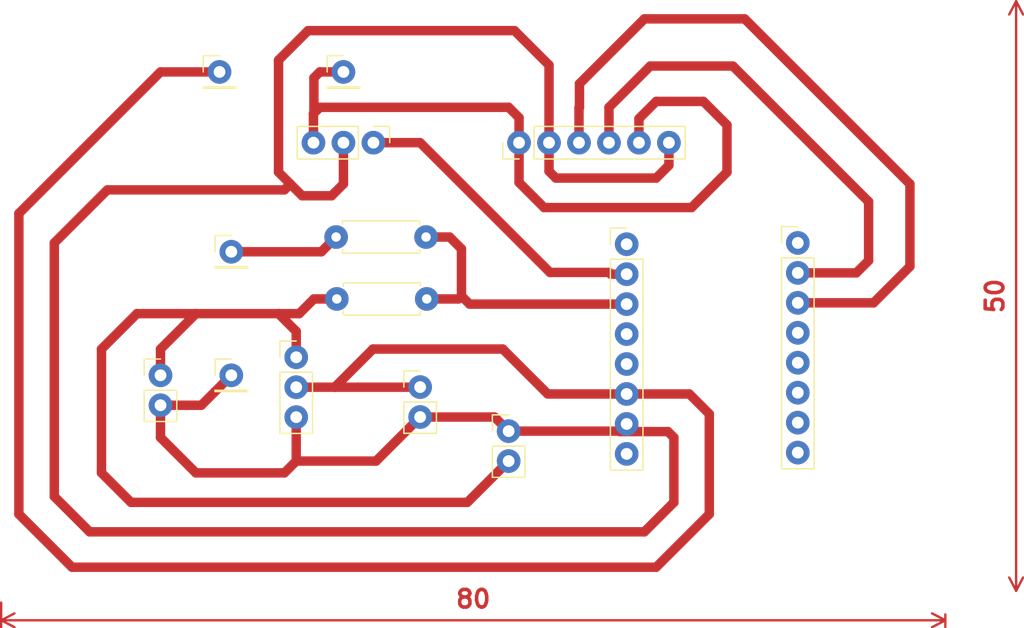
<source format=kicad_pcb>
(kicad_pcb (version 20241229) (generator "pcbnew") (generator_version "9.0")
  (layers (0 "F.Cu" signal) (2 "B.Cu" signal) (13 "F.Paste" user) (15 "B.Paste" user) (5 "F.SilkS" user "F.Silkscreen") (7 "B.SilkS" user "B.Silkscreen") (1 "F.Mask" user) (3 "B.Mask" user) (25 "Edge.Cuts" user))
  (net 0 "")
  (footprint "Connector_PinHeader_2.54mm:PinHeader_1x03_P2.54mm_Vertical" (layer "F.Cu") (at 92.5 109.695)
    (property "Reference" "REF**" (hide yes))
    (property "Value" "ld33v" (hide yes))
    (fp_line (start -1.38 -1.38) (end 0 -1.38) (stroke (width 0.12)) (layer "F.SilkS"))
    (fp_line (start -1.38 0) (end -1.38 -1.38) (stroke (width 0.12)) (layer "F.SilkS"))
    (fp_line (start -1.38 1.27) (end -1.38 6.46) (stroke (width 0.12)) (layer "F.SilkS"))
    (fp_line (start -1.38 1.27) (end 1.38 1.27) (stroke (width 0.12)) (layer "F.SilkS"))
    (fp_line (start -1.38 6.46) (end 1.38 6.46) (stroke (width 0.12)) (layer "F.SilkS"))
    (fp_line (start 1.38 1.27) (end 1.38 6.46) (stroke (width 0.12)) (layer "F.SilkS"))
    (pad "1" thru_hole circle (at 0 0) (size 2 2) (drill 1) (layers "*.Cu" "*.Mask"))
    (pad "2" thru_hole circle (at 0 2.54) (size 2 2) (drill 1) (layers "*.Cu" "*.Mask"))
    (pad "3" thru_hole circle (at 0 5.08) (size 2 2) (drill 1) (layers "*.Cu" "*.Mask"))
  )
  (footprint "Resistor_THT:R_Axial_DIN0207_L6.3mm_D2.5mm_P7.62mm_Horizontal" (layer "F.Cu") (at 95.94 104.75)
    (property "Reference" "REF**" (hide yes))
    (property "Value" "R_Axial_DIN0207_L6.3mm_D2.5mm_P7.62mm_Horizontal" (hide yes))
    (fp_line (start 0.54 -1.37) (end 7.08 -1.37) (stroke (width 0.12)) (layer "F.SilkS"))
    (fp_line (start 0.54 -1.04) (end 0.54 -1.37) (stroke (width 0.12)) (layer "F.SilkS"))
    (fp_line (start 0.54 1.04) (end 0.54 1.37) (stroke (width 0.12)) (layer "F.SilkS"))
    (fp_line (start 0.54 1.37) (end 7.08 1.37) (stroke (width 0.12)) (layer "F.SilkS"))
    (fp_line (start 7.08 -1.37) (end 7.08 -1.04) (stroke (width 0.12)) (layer "F.SilkS"))
    (fp_line (start 7.08 1.37) (end 7.08 1.04) (stroke (width 0.12)) (layer "F.SilkS"))
    (pad "1" thru_hole circle (at 0 0) (size 2 2) (drill 0.8) (layers "*.Cu" "*.Mask"))
    (pad "2" thru_hole circle (at 7.62 0) (size 2 2) (drill 0.8) (layers "*.Cu" "*.Mask"))
  )
  (footprint "Connector_PinHeader_2.54mm:PinHeader_1x02_P2.54mm_Vertical" (layer "F.Cu") (at 110.5 115.96)
    (property "Reference" "REF**" (hide yes))
    (property "Value" "PinHeader_1x02_P2.54mm_Vertical" (hide yes))
    (fp_line (start -1.38 -1.38) (end 0 -1.38) (stroke (width 0.12)) (layer "F.SilkS"))
    (fp_line (start -1.38 0) (end -1.38 -1.38) (stroke (width 0.12)) (layer "F.SilkS"))
    (fp_line (start -1.38 1.27) (end -1.38 3.92) (stroke (width 0.12)) (layer "F.SilkS"))
    (fp_line (start -1.38 1.27) (end 1.38 1.27) (stroke (width 0.12)) (layer "F.SilkS"))
    (fp_line (start -1.38 3.92) (end 1.38 3.92) (stroke (width 0.12)) (layer "F.SilkS"))
    (fp_line (start 1.38 1.27) (end 1.38 3.92) (stroke (width 0.12)) (layer "F.SilkS"))
    (pad "1" thru_hole circle (at 0 0) (size 2 2) (drill 1) (layers "*.Cu" "*.Mask"))
    (pad "2" thru_hole circle (at 0 2.54) (size 2 2) (drill 1) (layers "*.Cu" "*.Mask"))
  )
  (footprint "Connector_PinHeader_2.54mm:PinHeader_1x08_P2.54mm_Vertical" (layer "F.Cu") (at 120.5 100.11)
    (property "Reference" "REF**" (hide yes))
    (property "Value" "PinHeader_1x08_P2.54mm_Vertical" (hide yes))
    (fp_line (start -1.38 -1.38) (end 0 -1.38) (stroke (width 0.12)) (layer "F.SilkS"))
    (fp_line (start -1.38 0) (end -1.38 -1.38) (stroke (width 0.12)) (layer "F.SilkS"))
    (fp_line (start -1.38 1.27) (end -1.38 19.16) (stroke (width 0.12)) (layer "F.SilkS"))
    (fp_line (start -1.38 1.27) (end 1.38 1.27) (stroke (width 0.12)) (layer "F.SilkS"))
    (fp_line (start -1.38 19.16) (end 1.38 19.16) (stroke (width 0.12)) (layer "F.SilkS"))
    (fp_line (start 1.38 1.27) (end 1.38 19.16) (stroke (width 0.12)) (layer "F.SilkS"))
    (pad "1" thru_hole circle (at 0 0) (size 2 2) (drill 1) (layers "*.Cu" "*.Mask"))
    (pad "2" thru_hole circle (at 0 2.54) (size 2 2) (drill 1) (layers "*.Cu" "*.Mask"))
    (pad "3" thru_hole circle (at 0 5.08) (size 2 2) (drill 1) (layers "*.Cu" "*.Mask"))
    (pad "4" thru_hole circle (at 0 7.62) (size 2 2) (drill 1) (layers "*.Cu" "*.Mask"))
    (pad "5" thru_hole circle (at 0 10.16) (size 2 2) (drill 1) (layers "*.Cu" "*.Mask"))
    (pad "6" thru_hole circle (at 0 12.7) (size 2 2) (drill 1) (layers "*.Cu" "*.Mask"))
    (pad "7" thru_hole circle (at 0 15.24) (size 2 2) (drill 1) (layers "*.Cu" "*.Mask"))
    (pad "8" thru_hole circle (at 0 17.78) (size 2 2) (drill 1) (layers "*.Cu" "*.Mask"))
  )
  (footprint "Resistor_THT:R_Axial_DIN0207_L6.3mm_D2.5mm_P7.62mm_Horizontal" (layer "F.Cu") (at 95.88 99.5)
    (property "Reference" "REF**" (hide yes))
    (property "Value" "R_Axial_DIN0207_L6.3mm_D2.5mm_P7.62mm_Horizontal" (hide yes))
    (fp_line (start 0.54 -1.37) (end 7.08 -1.37) (stroke (width 0.12)) (layer "F.SilkS"))
    (fp_line (start 0.54 -1.04) (end 0.54 -1.37) (stroke (width 0.12)) (layer "F.SilkS"))
    (fp_line (start 0.54 1.04) (end 0.54 1.37) (stroke (width 0.12)) (layer "F.SilkS"))
    (fp_line (start 0.54 1.37) (end 7.08 1.37) (stroke (width 0.12)) (layer "F.SilkS"))
    (fp_line (start 7.08 -1.37) (end 7.08 -1.04) (stroke (width 0.12)) (layer "F.SilkS"))
    (fp_line (start 7.08 1.37) (end 7.08 1.04) (stroke (width 0.12)) (layer "F.SilkS"))
    (pad "1" thru_hole circle (at 0 0) (size 2 2) (drill 0.8) (layers "*.Cu" "*.Mask"))
    (pad "2" thru_hole circle (at 7.62 0) (size 2 2) (drill 0.8) (layers "*.Cu" "*.Mask"))
  )
  (footprint "Connector_PinHeader_2.54mm:PinHeader_1x02_P2.54mm_Vertical" (layer "F.Cu") (at 81 111.225)
    (property "Reference" "REF**" (hide yes))
    (property "Value" "PinHeader_1x02_P2.54mm_Vertical" (hide yes))
    (fp_line (start -1.38 -1.38) (end 0 -1.38) (stroke (width 0.12)) (layer "F.SilkS"))
    (fp_line (start -1.38 0) (end -1.38 -1.38) (stroke (width 0.12)) (layer "F.SilkS"))
    (fp_line (start -1.38 1.27) (end -1.38 3.92) (stroke (width 0.12)) (layer "F.SilkS"))
    (fp_line (start -1.38 1.27) (end 1.38 1.27) (stroke (width 0.12)) (layer "F.SilkS"))
    (fp_line (start -1.38 3.92) (end 1.38 3.92) (stroke (width 0.12)) (layer "F.SilkS"))
    (fp_line (start 1.38 1.27) (end 1.38 3.92) (stroke (width 0.12)) (layer "F.SilkS"))
    (pad "1" thru_hole circle (at 0 0) (size 2 2) (drill 1) (layers "*.Cu" "*.Mask"))
    (pad "2" thru_hole circle (at 0 2.54) (size 2 2) (drill 1) (layers "*.Cu" "*.Mask"))
  )
  (footprint "Connector_PinHeader_2.54mm:PinHeader_1x01_P2.54mm_Vertical" (layer "F.Cu") (at 96.5 85.5)
    (property "Reference" "REF**" (hide yes))
    (property "Value" "PinHeader_1x01_P2.54mm_Vertical" (hide yes))
    (fp_line (start -1.38 -1.38) (end 0 -1.38) (stroke (width 0.12)) (layer "F.SilkS"))
    (fp_line (start -1.38 0) (end -1.38 -1.38) (stroke (width 0.12)) (layer "F.SilkS"))
    (fp_line (start -1.38 1.27) (end -1.38 1.38) (stroke (width 0.12)) (layer "F.SilkS"))
    (fp_line (start -1.38 1.27) (end 1.38 1.27) (stroke (width 0.12)) (layer "F.SilkS"))
    (fp_line (start -1.38 1.38) (end 1.38 1.38) (stroke (width 0.12)) (layer "F.SilkS"))
    (fp_line (start 1.38 1.27) (end 1.38 1.38) (stroke (width 0.12)) (layer "F.SilkS"))
    (pad "1" thru_hole circle (at 0 0) (size 2 2) (drill 1) (layers "*.Cu" "*.Mask"))
  )
  (footprint "Connector_PinHeader_2.54mm:PinHeader_1x06_P2.54mm_Vertical" (layer "F.Cu") (at 111.38 91.5 90)
    (property "Reference" "REF**" (hide yes))
    (property "Value" "Bme280")
    (fp_line (start -1.38 -1.38) (end 0 -1.38) (stroke (width 0.12)) (layer "F.SilkS"))
    (fp_line (start -1.38 0) (end -1.38 -1.38) (stroke (width 0.12)) (layer "F.SilkS"))
    (fp_line (start 1.38 1.27) (end 1.38 14.08) (stroke (width 0.12)) (layer "F.SilkS"))
    (fp_line (start -1.38 1.27) (end 1.38 1.27) (stroke (width 0.12)) (layer "F.SilkS"))
    (fp_line (start -1.38 1.27) (end -1.38 14.08) (stroke (width 0.12)) (layer "F.SilkS"))
    (fp_line (start -1.38 14.08) (end 1.38 14.08) (stroke (width 0.12)) (layer "F.SilkS"))
    (pad "1" thru_hole circle (at 0 0 90) (size 2 2) (drill 1) (layers "*.Cu" "*.Mask"))
    (pad "2" thru_hole circle (at 0 2.54 90) (size 2 2) (drill 1) (layers "*.Cu" "*.Mask"))
    (pad "3" thru_hole circle (at 0 5.08 90) (size 2 2) (drill 1) (layers "*.Cu" "*.Mask"))
    (pad "4" thru_hole circle (at 0 7.62 90) (size 2 2) (drill 1) (layers "*.Cu" "*.Mask"))
    (pad "5" thru_hole circle (at 0 10.16 90) (size 2 2) (drill 1) (layers "*.Cu" "*.Mask"))
    (pad "6" thru_hole circle (at 0 12.7 90) (size 2 2) (drill 1) (layers "*.Cu" "*.Mask"))
  )
  (footprint "Connector_PinHeader_2.54mm:PinHeader_1x01_P2.54mm_Vertical" (layer "F.Cu") (at 87 100.75)
    (property "Reference" "REF**" (hide yes))
    (property "Value" "PinHeader_1x01_P2.54mm_Vertical" (hide yes))
    (fp_line (start -1.38 -1.38) (end 0 -1.38) (stroke (width 0.12)) (layer "F.SilkS"))
    (fp_line (start -1.38 0) (end -1.38 -1.38) (stroke (width 0.12)) (layer "F.SilkS"))
    (fp_line (start -1.38 1.27) (end -1.38 1.38) (stroke (width 0.12)) (layer "F.SilkS"))
    (fp_line (start -1.38 1.27) (end 1.38 1.27) (stroke (width 0.12)) (layer "F.SilkS"))
    (fp_line (start -1.38 1.38) (end 1.38 1.38) (stroke (width 0.12)) (layer "F.SilkS"))
    (fp_line (start 1.38 1.27) (end 1.38 1.38) (stroke (width 0.12)) (layer "F.SilkS"))
    (pad "1" thru_hole circle (at 0 0) (size 2 2) (drill 1) (layers "*.Cu" "*.Mask"))
  )
  (footprint "Connector_PinHeader_2.54mm:PinHeader_1x01_P2.54mm_Vertical" (layer "F.Cu") (at 87 111.225)
    (property "Reference" "REF**" (hide yes))
    (property "Value" "PinHeader_1x01_P2.54mm_Vertical" (hide yes))
    (fp_line (start -1.38 -1.38) (end 0 -1.38) (stroke (width 0.12)) (layer "F.SilkS"))
    (fp_line (start -1.38 0) (end -1.38 -1.38) (stroke (width 0.12)) (layer "F.SilkS"))
    (fp_line (start -1.38 1.27) (end -1.38 1.38) (stroke (width 0.12)) (layer "F.SilkS"))
    (fp_line (start -1.38 1.27) (end 1.38 1.27) (stroke (width 0.12)) (layer "F.SilkS"))
    (fp_line (start -1.38 1.38) (end 1.38 1.38) (stroke (width 0.12)) (layer "F.SilkS"))
    (fp_line (start 1.38 1.27) (end 1.38 1.38) (stroke (width 0.12)) (layer "F.SilkS"))
    (pad "1" thru_hole circle (at 0 0) (size 2 2) (drill 1) (layers "*.Cu" "*.Mask"))
  )
  (footprint "Connector_PinHeader_2.54mm:PinHeader_1x03_P2.54mm_Vertical" (layer "F.Cu") (at 99.04 91.5 -90)
    (property "Reference" "REF**" (hide yes))
    (property "Value" "uv_sensor" (hide yes))
    (fp_line (start -1.38 6.46) (end 1.38 6.46) (stroke (width 0.12)) (layer "F.SilkS"))
    (fp_line (start -1.38 1.27) (end -1.38 6.46) (stroke (width 0.12)) (layer "F.SilkS"))
    (fp_line (start -1.38 1.27) (end 1.38 1.27) (stroke (width 0.12)) (layer "F.SilkS"))
    (fp_line (start 1.38 1.27) (end 1.38 6.46) (stroke (width 0.12)) (layer "F.SilkS"))
    (fp_line (start -1.38 0) (end -1.38 -1.38) (stroke (width 0.12)) (layer "F.SilkS"))
    (fp_line (start -1.38 -1.38) (end 0 -1.38) (stroke (width 0.12)) (layer "F.SilkS"))
    (pad "1" thru_hole circle (at 0 0 270) (size 2 2) (drill 1) (layers "*.Cu" "*.Mask"))
    (pad "2" thru_hole circle (at 0 2.54 270) (size 2 2) (drill 1) (layers "*.Cu" "*.Mask"))
    (pad "3" thru_hole circle (at 0 5.08 270) (size 2 2) (drill 1) (layers "*.Cu" "*.Mask"))
  )
  (footprint "Connector_PinHeader_2.54mm:PinHeader_1x02_P2.54mm_Vertical" (layer "F.Cu") (at 103 112.225)
    (property "Reference" "REF**" (hide yes))
    (property "Value" "PinHeader_1x02_P2.54mm_Vertical" (hide yes))
    (fp_line (start -1.38 -1.38) (end 0 -1.38) (stroke (width 0.12)) (layer "F.SilkS"))
    (fp_line (start -1.38 0) (end -1.38 -1.38) (stroke (width 0.12)) (layer "F.SilkS"))
    (fp_line (start -1.38 1.27) (end -1.38 3.92) (stroke (width 0.12)) (layer "F.SilkS"))
    (fp_line (start -1.38 1.27) (end 1.38 1.27) (stroke (width 0.12)) (layer "F.SilkS"))
    (fp_line (start -1.38 3.92) (end 1.38 3.92) (stroke (width 0.12)) (layer "F.SilkS"))
    (fp_line (start 1.38 1.27) (end 1.38 3.92) (stroke (width 0.12)) (layer "F.SilkS"))
    (pad "1" thru_hole circle (at 0 0) (size 2 2) (drill 1) (layers "*.Cu" "*.Mask"))
    (pad "2" thru_hole circle (at 0 2.54) (size 2 2) (drill 1) (layers "*.Cu" "*.Mask"))
  )
  (footprint "Connector_PinHeader_2.54mm:PinHeader_1x01_P2.54mm_Vertical" (layer "F.Cu") (at 86 85.5)
    (property "Reference" "REF**" (hide yes))
    (property "Value" "PinHeader_1x01_P2.54mm_Vertical" (hide yes))
    (fp_line (start -1.38 -1.38) (end 0 -1.38) (stroke (width 0.12)) (layer "F.SilkS"))
    (fp_line (start -1.38 0) (end -1.38 -1.38) (stroke (width 0.12)) (layer "F.SilkS"))
    (fp_line (start -1.38 1.27) (end -1.38 1.38) (stroke (width 0.12)) (layer "F.SilkS"))
    (fp_line (start -1.38 1.27) (end 1.38 1.27) (stroke (width 0.12)) (layer "F.SilkS"))
    (fp_line (start -1.38 1.38) (end 1.38 1.38) (stroke (width 0.12)) (layer "F.SilkS"))
    (fp_line (start 1.38 1.27) (end 1.38 1.38) (stroke (width 0.12)) (layer "F.SilkS"))
    (pad "1" thru_hole circle (at 0 0) (size 2 2) (drill 1) (layers "*.Cu" "*.Mask"))
  )
  (footprint "Connector_PinHeader_2.54mm:PinHeader_1x08_P2.54mm_Vertical" (layer "F.Cu") (at 135 100)
    (property "Reference" "REF**" (hide yes))
    (property "Value" "PinHeader_1x08_P2.54mm_Vertical" (hide yes))
    (fp_line (start -1.38 -1.38) (end 0 -1.38) (stroke (width 0.12)) (layer "F.SilkS"))
    (fp_line (start -1.38 0) (end -1.38 -1.38) (stroke (width 0.12)) (layer "F.SilkS"))
    (fp_line (start -1.38 1.27) (end -1.38 19.16) (stroke (width 0.12)) (layer "F.SilkS"))
    (fp_line (start -1.38 1.27) (end 1.38 1.27) (stroke (width 0.12)) (layer "F.SilkS"))
    (fp_line (start -1.38 19.16) (end 1.38 19.16) (stroke (width 0.12)) (layer "F.SilkS"))
    (fp_line (start 1.38 1.27) (end 1.38 19.16) (stroke (width 0.12)) (layer "F.SilkS"))
    (pad "1" thru_hole circle (at 0 0) (size 2 2) (drill 1) (layers "*.Cu" "*.Mask"))
    (pad "2" thru_hole circle (at 0 2.54) (size 2 2) (drill 1) (layers "*.Cu" "*.Mask"))
    (pad "3" thru_hole circle (at 0 5.08) (size 2 2) (drill 1) (layers "*.Cu" "*.Mask"))
    (pad "4" thru_hole circle (at 0 7.62) (size 2 2) (drill 1) (layers "*.Cu" "*.Mask"))
    (pad "5" thru_hole circle (at 0 10.16) (size 2 2) (drill 1) (layers "*.Cu" "*.Mask"))
    (pad "6" thru_hole circle (at 0 12.7) (size 2 2) (drill 1) (layers "*.Cu" "*.Mask"))
    (pad "7" thru_hole circle (at 0 15.24) (size 2 2) (drill 1) (layers "*.Cu" "*.Mask"))
    (pad "8" thru_hole circle (at 0 17.78) (size 2 2) (drill 1) (layers "*.Cu" "*.Mask"))
  )
  (dimension (type orthogonal) (layer "F.Cu") (pts (xy 67.5 130) (xy 147.5 131)) (height 2) (orientation 0) (format (prefix "") (suffix "") (units 3) (units_format 0) (precision 4) (suppress_zeroes yes)) (style (thickness 0.2) (arrow_length 1.27) (text_position_mode 0) (arrow_direction outward) (extension_height 0.58642) (extension_offset 0.5) (keep_text_aligned yes)) (gr_text "80" (at 107.5 130.2 0) (layer "F.Cu") (effects (font (size 1.5 1.5) (thickness 0.3)))))
  (dimension (type orthogonal) (layer "F.Cu") (pts (xy 153.5 129.5) (xy 153.5 79.5)) (height 0) (orientation 1) (format (prefix "") (suffix "") (units 3) (units_format 0) (precision 4) (suppress_zeroes yes)) (style (thickness 0.2) (arrow_length 1.27) (text_position_mode 0) (arrow_direction outward) (extension_height 0.58642) (extension_offset 0.5) (keep_text_aligned yes)) (gr_text "50" (at 151.7 104.5 90) (layer "F.Cu") (effects (font (size 1.5 1.5) (thickness 0.3)))))
  (segment (start 99.265 118.5) (end 103 114.765) (width 0.8) (layer "F.Cu") (net 0))
  (segment (start 141 101.5) (end 139.96 102.54) (width 0.8) (layer "F.Cu") (net 0))
  (segment (start 103 114.765) (end 109.305 114.765) (width 0.8) (layer "F.Cu") (net 0))
  (segment (start 111.38 94.88) (end 113.5 97) (width 0.8) (layer "F.Cu") (net 0))
  (segment (start 81 85.5) (end 86 85.5) (width 0.8) (layer "F.Cu") (net 0))
  (segment (start 113.92 93.92) (end 114.5 94.5) (width 0.8) (layer "F.Cu") (net 0))
  (segment (start 92 95) (end 91 94) (width 0.8) (layer "F.Cu") (net 0))
  (segment (start 91.5 95.5) (end 92 95) (width 0.8) (layer "F.Cu") (net 0))
  (segment (start 114.5 94.5) (end 123 94.5) (width 0.8) (layer "F.Cu") (net 0))
  (segment (start 119.15 102.65) (end 120.5 102.65) (width 0.8) (layer "F.Cu") (net 0))
  (segment (start 126 97) (end 129 94) (width 0.8) (layer "F.Cu") (net 0))
  (segment (start 110.5 88.5) (end 111.38 89.38) (width 0.8) (layer "F.Cu") (net 0))
  (segment (start 99 109) (end 95.765 112.235) (width 0.8) (layer "F.Cu") (net 0))
  (segment (start 94.63 100.75) (end 95.88 99.5) (width 0.8) (layer "F.Cu") (net 0))
  (segment (start 141 96.5) (end 141 101.5) (width 0.8) (layer "F.Cu") (net 0))
  (segment (start 107 122) (end 78.5 122) (width 0.8) (layer "F.Cu") (net 0))
  (segment (start 103.56 104.75) (end 106.25 104.75) (width 0.8) (layer "F.Cu") (net 0))
  (segment (start 119 102.5) (end 119.15 102.65) (width 0.8) (layer "F.Cu") (net 0))
  (segment (start 81 113.765) (end 84.46 113.765) (width 0.8) (layer "F.Cu") (net 0))
  (segment (start 111.38 91.5) (end 111.38 94.88) (width 0.8) (layer "F.Cu") (net 0))
  (segment (start 116.5 88.5) (end 116.5 86.5) (width 0.8) (layer "F.Cu") (net 0))
  (segment (start 124.08 93.42) (end 124.08 91.5) (width 0.8) (layer "F.Cu") (net 0))
  (segment (start 92.5 118.5) (end 99.265 118.5) (width 0.8) (layer "F.Cu") (net 0))
  (segment (start 113.81 112.81) (end 110 109) (width 0.8) (layer "F.Cu") (net 0))
  (segment (start 139.96 102.54) (end 135 102.54) (width 0.8) (layer "F.Cu") (net 0))
  (segment (start 130.5 81) (end 144.5 95) (width 0.8) (layer "F.Cu") (net 0))
  (segment (start 125.81 112.81) (end 127.5 114.5) (width 0.8) (layer "F.Cu") (net 0))
  (segment (start 105.5 99.5) (end 106.5 100.5) (width 0.8) (layer "F.Cu") (net 0))
  (segment (start 113.5 97) (end 126 97) (width 0.8) (layer "F.Cu") (net 0))
  (segment (start 84 106) (end 91 106) (width 0.8) (layer "F.Cu") (net 0))
  (segment (start 69 123) (end 69 97.5) (width 0.8) (layer "F.Cu") (net 0))
  (segment (start 94.559 85.5) (end 96.5 85.5) (width 0.8) (layer "F.Cu") (net 0))
  (segment (start 91 94) (end 91 84.5) (width 0.8) (layer "F.Cu") (net 0))
  (segment (start 76 109) (end 79 106) (width 0.8) (layer "F.Cu") (net 0))
  (segment (start 119.93 116) (end 124 116) (width 0.8) (layer "F.Cu") (net 0))
  (segment (start 129.5 85) (end 141 96.5) (width 0.8) (layer "F.Cu") (net 0))
  (segment (start 123 94.5) (end 124.08 93.42) (width 0.8) (layer "F.Cu") (net 0))
  (segment (start 69 97.5) (end 81 85.5) (width 0.8) (layer "F.Cu") (net 0))
  (segment (start 116.46 91.5) (end 116.46 88.54) (width 0.8) (layer "F.Cu") (net 0))
  (segment (start 119.89 115.96) (end 119.93 116) (width 0.8) (layer "F.Cu") (net 0))
  (segment (start 113.92 84.92) (end 113.92 91.5) (width 0.8) (layer "F.Cu") (net 0))
  (segment (start 84 119.5) (end 91.5 119.5) (width 0.8) (layer "F.Cu") (net 0))
  (segment (start 110 109) (end 99 109) (width 0.8) (layer "F.Cu") (net 0))
  (segment (start 81 116.5) (end 84 119.5) (width 0.8) (layer "F.Cu") (net 0))
  (segment (start 91 106) (end 92.5 107.5) (width 0.8) (layer "F.Cu") (net 0))
  (segment (start 121.54 89.46) (end 121.54 91.5) (width 0.8) (layer "F.Cu") (net 0))
  (segment (start 127.5 123) (end 123 127.5) (width 0.8) (layer "F.Cu") (net 0))
  (segment (start 120.5 112.81) (end 113.81 112.81) (width 0.8) (layer "F.Cu") (net 0))
  (segment (start 81 109) (end 84 106) (width 0.8) (layer "F.Cu") (net 0))
  (segment (start 127 88) (end 123 88) (width 0.8) (layer "F.Cu") (net 0))
  (segment (start 116.46 88.54) (end 116.5 88.5) (width 0.8) (layer "F.Cu") (net 0))
  (segment (start 124.5 122) (end 122 124.5) (width 0.8) (layer "F.Cu") (net 0))
  (segment (start 76 119.5) (end 76 109) (width 0.8) (layer "F.Cu") (net 0))
  (segment (start 84.46 113.765) (end 87 111.225) (width 0.8) (layer "F.Cu") (net 0))
  (segment (start 113.92 91.5) (end 113.92 93.92) (width 0.8) (layer "F.Cu") (net 0))
  (segment (start 110.5 115.96) (end 119.89 115.96) (width 0.8) (layer "F.Cu") (net 0))
  (segment (start 79 106) (end 84 106) (width 0.8) (layer "F.Cu") (net 0))
  (segment (start 96.5 95) (end 96.5 91.5) (width 0.8) (layer "F.Cu") (net 0))
  (segment (start 91 106) (end 92.75 106) (width 0.8) (layer "F.Cu") (net 0))
  (segment (start 92.5 107.5) (end 92.5 109.695) (width 0.8) (layer "F.Cu") (net 0))
  (segment (start 94 104.75) (end 95.94 104.75) (width 0.8) (layer "F.Cu") (net 0))
  (segment (start 120.5 112.81) (end 125.81 112.81) (width 0.8) (layer "F.Cu") (net 0))
  (segment (start 92.75 106) (end 94 104.75) (width 0.8) (layer "F.Cu") (net 0))
  (segment (start 95.765 112.235) (end 102.99 112.235) (width 0.8) (layer "F.Cu") (net 0))
  (segment (start 106.5 100.5) (end 106.5 104.5) (width 0.8) (layer "F.Cu") (net 0))
  (segment (start 111.38 89.38) (end 111.38 91.5) (width 0.8) (layer "F.Cu") (net 0))
  (segment (start 144.5 102) (end 141.42 105.08) (width 0.8) (layer "F.Cu") (net 0))
  (segment (start 129 90) (end 127 88) (width 0.8) (layer "F.Cu") (net 0))
  (segment (start 124.5 116.5) (end 124.5 122) (width 0.8) (layer "F.Cu") (net 0))
  (segment (start 123 88) (end 121.54 89.46) (width 0.8) (layer "F.Cu") (net 0))
  (segment (start 95.5 96) (end 96.5 95) (width 0.8) (layer "F.Cu") (net 0))
  (segment (start 93.5 82) (end 111 82) (width 0.8) (layer "F.Cu") (net 0))
  (segment (start 75 124.5) (end 72 121.5) (width 0.8) (layer "F.Cu") (net 0))
  (segment (start 141.42 105.08) (end 135 105.08) (width 0.8) (layer "F.Cu") (net 0))
  (segment (start 129 94) (end 129 90) (width 0.8) (layer "F.Cu") (net 0))
  (segment (start 102.845 112.07) (end 103 112.225) (width 0.8) (layer "F.Cu") (net 0))
  (segment (start 94.5 85.5) (end 94.559 85.5) (width 0.8) (layer "F.Cu") (net 0))
  (segment (start 72 121.5) (end 72 100) (width 0.8) (layer "F.Cu") (net 0))
  (segment (start 93 96) (end 95.5 96) (width 0.8) (layer "F.Cu") (net 0))
  (segment (start 81 111.225) (end 81 109) (width 0.8) (layer "F.Cu") (net 0))
  (segment (start 107.19 105.19) (end 120.5 105.19) (width 0.8) (layer "F.Cu") (net 0))
  (segment (start 109.305 114.765) (end 110.5 115.96) (width 0.8) (layer "F.Cu") (net 0))
  (segment (start 78.5 122) (end 76 119.5) (width 0.8) (layer "F.Cu") (net 0))
  (segment (start 123 127.5) (end 73.5 127.5) (width 0.8) (layer "F.Cu") (net 0))
  (segment (start 122 124.5) (end 75 124.5) (width 0.8) (layer "F.Cu") (net 0))
  (segment (start 92 95) (end 93 96) (width 0.8) (layer "F.Cu") (net 0))
  (segment (start 93.96 89.04) (end 94.5 88.5) (width 0.8) (layer "F.Cu") (net 0))
  (segment (start 72 100) (end 76.5 95.5) (width 0.8) (layer "F.Cu") (net 0))
  (segment (start 94 89) (end 94 86) (width 0.8) (layer "F.Cu") (net 0))
  (segment (start 91 84.5) (end 93.5 82) (width 0.8) (layer "F.Cu") (net 0))
  (segment (start 76.5 95.5) (end 91.5 95.5) (width 0.8) (layer "F.Cu") (net 0))
  (segment (start 103 91.5) (end 114 102.5) (width 0.8) (layer "F.Cu") (net 0))
  (segment (start 144.5 95) (end 144.5 102) (width 0.8) (layer "F.Cu") (net 0))
  (segment (start 114 102.5) (end 119 102.5) (width 0.8) (layer "F.Cu") (net 0))
  (segment (start 94.5 88.5) (end 110.5 88.5) (width 0.8) (layer "F.Cu") (net 0))
  (segment (start 91.5 119.5) (end 92.5 118.5) (width 0.8) (layer "F.Cu") (net 0))
  (segment (start 122 81) (end 130.5 81) (width 0.8) (layer "F.Cu") (net 0))
  (segment (start 116.5 86.5) (end 122 81) (width 0.8) (layer "F.Cu") (net 0))
  (segment (start 111 82) (end 113.92 84.92) (width 0.8) (layer "F.Cu") (net 0))
  (segment (start 119 91.5) (end 119 88.5) (width 0.8) (layer "F.Cu") (net 0))
  (segment (start 73.5 127.5) (end 69 123) (width 0.8) (layer "F.Cu") (net 0))
  (segment (start 102.99 112.235) (end 103 112.225) (width 0.8) (layer "F.Cu") (net 0))
  (segment (start 94 86) (end 94.5 85.5) (width 0.8) (layer "F.Cu") (net 0))
  (segment (start 106.25 104.75) (end 106.5 104.5) (width 0.8) (layer "F.Cu") (net 0))
  (segment (start 127.5 114.5) (end 127.5 123) (width 0.8) (layer "F.Cu") (net 0))
  (segment (start 99.04 91.5) (end 103 91.5) (width 0.8) (layer "F.Cu") (net 0))
  (segment (start 81 113.765) (end 81 116.5) (width 0.8) (layer "F.Cu") (net 0))
  (segment (start 124 116) (end 124.5 116.5) (width 0.8) (layer "F.Cu") (net 0))
  (segment (start 110.5 118.5) (end 107 122) (width 0.8) (layer "F.Cu") (net 0))
  (segment (start 103.5 99.5) (end 105.5 99.5) (width 0.8) (layer "F.Cu") (net 0))
  (segment (start 92.5 118.5) (end 92.5 114.775) (width 0.8) (layer "F.Cu") (net 0))
  (segment (start 92.5 112.235) (end 95.765 112.235) (width 0.8) (layer "F.Cu") (net 0))
  (segment (start 106.5 104.5) (end 107.19 105.19) (width 0.8) (layer "F.Cu") (net 0))
  (segment (start 87 100.75) (end 94.63 100.75) (width 0.8) (layer "F.Cu") (net 0))
  (segment (start 119 88.5) (end 122.5 85) (width 0.8) (layer "F.Cu") (net 0))
  (segment (start 122.5 85) (end 129.5 85) (width 0.8) (layer "F.Cu") (net 0))
  (segment (start 93.96 91.5) (end 93.96 89.04) (width 0.8) (layer "F.Cu") (net 0))
  (segment (start 93.96 89.04) (end 94 89) (width 0.8) (layer "F.Cu") (net 0))
)
</source>
